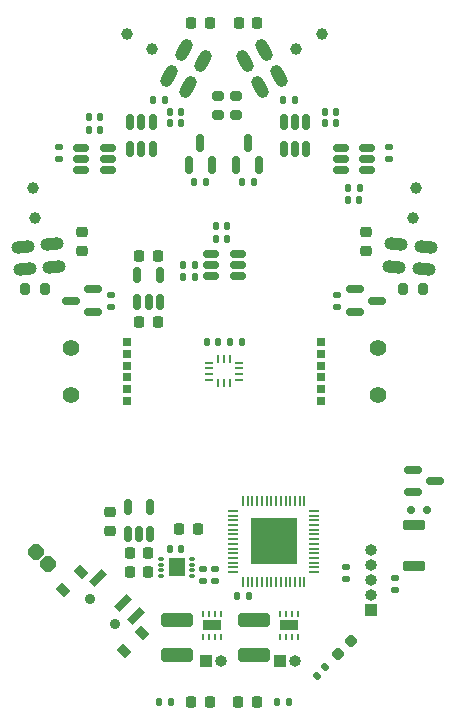
<source format=gbr>
%TF.GenerationSoftware,KiCad,Pcbnew,(7.0.0)*%
%TF.CreationDate,2024-08-06T08:44:50+09:00*%
%TF.ProjectId,extraice,65787472-6169-4636-952e-6b696361645f,rev?*%
%TF.SameCoordinates,Original*%
%TF.FileFunction,Soldermask,Top*%
%TF.FilePolarity,Negative*%
%FSLAX46Y46*%
G04 Gerber Fmt 4.6, Leading zero omitted, Abs format (unit mm)*
G04 Created by KiCad (PCBNEW (7.0.0)) date 2024-08-06 08:44:50*
%MOMM*%
%LPD*%
G01*
G04 APERTURE LIST*
G04 Aperture macros list*
%AMRoundRect*
0 Rectangle with rounded corners*
0 $1 Rounding radius*
0 $2 $3 $4 $5 $6 $7 $8 $9 X,Y pos of 4 corners*
0 Add a 4 corners polygon primitive as box body*
4,1,4,$2,$3,$4,$5,$6,$7,$8,$9,$2,$3,0*
0 Add four circle primitives for the rounded corners*
1,1,$1+$1,$2,$3*
1,1,$1+$1,$4,$5*
1,1,$1+$1,$6,$7*
1,1,$1+$1,$8,$9*
0 Add four rect primitives between the rounded corners*
20,1,$1+$1,$2,$3,$4,$5,0*
20,1,$1+$1,$4,$5,$6,$7,0*
20,1,$1+$1,$6,$7,$8,$9,0*
20,1,$1+$1,$8,$9,$2,$3,0*%
%AMRotRect*
0 Rectangle, with rotation*
0 The origin of the aperture is its center*
0 $1 length*
0 $2 width*
0 $3 Rotation angle, in degrees counterclockwise*
0 Add horizontal line*
21,1,$1,$2,0,0,$3*%
G04 Aperture macros list end*
%ADD10RoundRect,0.150000X0.150000X-0.512500X0.150000X0.512500X-0.150000X0.512500X-0.150000X-0.512500X0*%
%ADD11RoundRect,0.135000X0.185000X-0.135000X0.185000X0.135000X-0.185000X0.135000X-0.185000X-0.135000X0*%
%ADD12RoundRect,0.225000X-0.225000X-0.250000X0.225000X-0.250000X0.225000X0.250000X-0.225000X0.250000X0*%
%ADD13R,0.800000X0.800000*%
%ADD14RoundRect,0.150000X-0.587500X-0.150000X0.587500X-0.150000X0.587500X0.150000X-0.587500X0.150000X0*%
%ADD15RoundRect,0.140000X0.140000X0.170000X-0.140000X0.170000X-0.140000X-0.170000X0.140000X-0.170000X0*%
%ADD16RoundRect,0.075000X-0.175000X-0.075000X0.175000X-0.075000X0.175000X0.075000X-0.175000X0.075000X0*%
%ADD17R,1.400000X1.600000*%
%ADD18RoundRect,0.225000X0.225000X0.250000X-0.225000X0.250000X-0.225000X-0.250000X0.225000X-0.250000X0*%
%ADD19RoundRect,0.150000X0.587500X0.150000X-0.587500X0.150000X-0.587500X-0.150000X0.587500X-0.150000X0*%
%ADD20RoundRect,0.140000X-0.140000X-0.170000X0.140000X-0.170000X0.140000X0.170000X-0.140000X0.170000X0*%
%ADD21RoundRect,0.135000X-0.135000X-0.185000X0.135000X-0.185000X0.135000X0.185000X-0.135000X0.185000X0*%
%ADD22R,0.250000X0.500000*%
%ADD23R,1.600000X0.900000*%
%ADD24RoundRect,0.150000X0.150000X-0.587500X0.150000X0.587500X-0.150000X0.587500X-0.150000X-0.587500X0*%
%ADD25RoundRect,0.050000X-0.050000X0.350000X-0.050000X-0.350000X0.050000X-0.350000X0.050000X0.350000X0*%
%ADD26RoundRect,0.050000X-0.350000X0.050000X-0.350000X-0.050000X0.350000X-0.050000X0.350000X0.050000X0*%
%ADD27R,4.000000X4.000000*%
%ADD28RoundRect,0.135000X-0.035355X0.226274X-0.226274X0.035355X0.035355X-0.226274X0.226274X-0.035355X0*%
%ADD29C,1.000000*%
%ADD30RoundRect,0.525000X-0.237500X-0.411362X0.237500X0.411362X0.237500X0.411362X-0.237500X-0.411362X0*%
%ADD31RoundRect,0.200000X0.275000X-0.200000X0.275000X0.200000X-0.275000X0.200000X-0.275000X-0.200000X0*%
%ADD32RoundRect,0.200000X0.200000X0.275000X-0.200000X0.275000X-0.200000X-0.275000X0.200000X-0.275000X0*%
%ADD33C,1.400000*%
%ADD34RoundRect,0.150000X-0.150000X0.512500X-0.150000X-0.512500X0.150000X-0.512500X0.150000X0.512500X0*%
%ADD35R,1.000000X1.000000*%
%ADD36O,1.000000X1.000000*%
%ADD37RoundRect,0.150000X0.512500X0.150000X-0.512500X0.150000X-0.512500X-0.150000X0.512500X-0.150000X0*%
%ADD38RoundRect,0.225000X-0.250000X0.225000X-0.250000X-0.225000X0.250000X-0.225000X0.250000X0.225000X0*%
%ADD39RoundRect,0.200000X-0.200000X-0.275000X0.200000X-0.275000X0.200000X0.275000X-0.200000X0.275000X0*%
%ADD40RoundRect,0.218750X0.218750X0.256250X-0.218750X0.256250X-0.218750X-0.256250X0.218750X-0.256250X0*%
%ADD41RoundRect,0.300000X0.424264X0.000000X0.000000X0.424264X-0.424264X0.000000X0.000000X-0.424264X0*%
%ADD42RoundRect,0.135000X-0.185000X0.135000X-0.185000X-0.135000X0.185000X-0.135000X0.185000X0.135000X0*%
%ADD43R,0.675000X0.250000*%
%ADD44R,0.250000X0.675000*%
%ADD45RotRect,1.000000X0.800000X315.000000*%
%ADD46C,0.900000*%
%ADD47RotRect,0.700000X1.500000X315.000000*%
%ADD48RoundRect,0.250000X-1.100000X0.325000X-1.100000X-0.325000X1.100000X-0.325000X1.100000X0.325000X0*%
%ADD49RoundRect,0.218750X-0.218750X-0.256250X0.218750X-0.256250X0.218750X0.256250X-0.218750X0.256250X0*%
%ADD50RoundRect,0.135000X0.135000X0.185000X-0.135000X0.185000X-0.135000X-0.185000X0.135000X-0.185000X0*%
%ADD51RoundRect,0.525000X-0.473192X0.041399X0.473192X-0.041399X0.473192X-0.041399X-0.473192X0.041399X0*%
%ADD52RoundRect,0.150000X0.150000X0.200000X-0.150000X0.200000X-0.150000X-0.200000X0.150000X-0.200000X0*%
%ADD53RoundRect,0.150000X-0.512500X-0.150000X0.512500X-0.150000X0.512500X0.150000X-0.512500X0.150000X0*%
%ADD54RoundRect,0.525000X-0.473192X-0.041399X0.473192X0.041399X0.473192X0.041399X-0.473192X-0.041399X0*%
%ADD55RoundRect,0.218750X-0.026517X0.335876X-0.335876X0.026517X0.026517X-0.335876X0.335876X-0.026517X0*%
%ADD56RoundRect,0.525000X-0.237500X0.411362X0.237500X-0.411362X0.237500X-0.411362X-0.237500X0.411362X0*%
%ADD57RoundRect,0.090000X0.810000X-0.360000X0.810000X0.360000X-0.810000X0.360000X-0.810000X-0.360000X0*%
G04 APERTURE END LIST*
D10*
%TO.C,U17*%
X132650000Y-94137500D03*
X133600000Y-94137500D03*
X134550000Y-94137500D03*
X134550000Y-91862500D03*
X132650000Y-91862500D03*
%TD*%
D11*
%TO.C,R10*%
X126000000Y-82010000D03*
X126000000Y-80990000D03*
%TD*%
D12*
%TO.C,C18*%
X137225000Y-70500000D03*
X138775000Y-70500000D03*
%TD*%
D13*
%TO.C,J9*%
X131799999Y-97499999D03*
X131799999Y-98499999D03*
X131799999Y-99499999D03*
X131799999Y-100499999D03*
X131799999Y-101499999D03*
X131799999Y-102499999D03*
%TD*%
D10*
%TO.C,U1*%
X131850000Y-113737500D03*
X132800000Y-113737500D03*
X133750000Y-113737500D03*
X133750000Y-111462500D03*
X131850000Y-111462500D03*
%TD*%
D14*
%TO.C,Q5*%
X151062500Y-93050000D03*
X151062500Y-94950000D03*
X152937500Y-94000000D03*
%TD*%
D15*
%TO.C,C21*%
X129480000Y-79600000D03*
X128520000Y-79600000D03*
%TD*%
D16*
%TO.C,U6*%
X134700000Y-115850000D03*
X134700000Y-116350000D03*
X134700000Y-116850000D03*
X134700000Y-117350000D03*
X137300000Y-117350000D03*
X137300000Y-116850000D03*
X137300000Y-116350000D03*
X137300000Y-115850000D03*
D17*
X135999999Y-116599999D03*
%TD*%
D15*
%TO.C,C25*%
X151480000Y-84500000D03*
X150520000Y-84500000D03*
%TD*%
D18*
%TO.C,C3*%
X134375000Y-95800000D03*
X132825000Y-95800000D03*
%TD*%
D19*
%TO.C,Q3*%
X128937500Y-94950000D03*
X128937500Y-93050000D03*
X127062500Y-94000000D03*
%TD*%
D20*
%TO.C,C20*%
X128520000Y-78500000D03*
X129480000Y-78500000D03*
%TD*%
D21*
%TO.C,R28*%
X144990000Y-77000000D03*
X146010000Y-77000000D03*
%TD*%
D15*
%TO.C,C11*%
X136380000Y-115000000D03*
X135420000Y-115000000D03*
%TD*%
D22*
%TO.C,U5*%
X138249999Y-122449999D03*
X138749999Y-122449999D03*
X139249999Y-122449999D03*
X139749999Y-122449999D03*
X139749999Y-120549999D03*
X139249999Y-120549999D03*
X138749999Y-120549999D03*
X138249999Y-120549999D03*
D23*
X138999999Y-121499999D03*
%TD*%
D20*
%TO.C,C27*%
X150500000Y-85500000D03*
X151460000Y-85500000D03*
%TD*%
D24*
%TO.C,Q2*%
X141050000Y-82537500D03*
X142950000Y-82537500D03*
X142000000Y-80662500D03*
%TD*%
D25*
%TO.C,U3*%
X146800000Y-110950000D03*
X146400000Y-110950000D03*
X146000000Y-110950000D03*
X145600000Y-110950000D03*
X145200000Y-110950000D03*
X144800000Y-110950000D03*
X144400000Y-110950000D03*
X144000000Y-110950000D03*
X143600000Y-110950000D03*
X143200000Y-110950000D03*
X142800000Y-110950000D03*
X142400000Y-110950000D03*
X142000000Y-110950000D03*
X141600000Y-110950000D03*
D26*
X140750000Y-111800000D03*
X140750000Y-112200000D03*
X140750000Y-112600000D03*
X140750000Y-113000000D03*
X140750000Y-113400000D03*
X140750000Y-113800000D03*
X140750000Y-114200000D03*
X140750000Y-114600000D03*
X140750000Y-115000000D03*
X140750000Y-115400000D03*
X140750000Y-115800000D03*
X140750000Y-116200000D03*
X140750000Y-116600000D03*
X140750000Y-117000000D03*
D25*
X141600000Y-117850000D03*
X142000000Y-117850000D03*
X142400000Y-117850000D03*
X142800000Y-117850000D03*
X143200000Y-117850000D03*
X143600000Y-117850000D03*
X144000000Y-117850000D03*
X144400000Y-117850000D03*
X144800000Y-117850000D03*
X145200000Y-117850000D03*
X145600000Y-117850000D03*
X146000000Y-117850000D03*
X146400000Y-117850000D03*
X146800000Y-117850000D03*
D26*
X147650000Y-117000000D03*
X147650000Y-116600000D03*
X147650000Y-116200000D03*
X147650000Y-115800000D03*
X147650000Y-115400000D03*
X147650000Y-115000000D03*
X147650000Y-114600000D03*
X147650000Y-114200000D03*
X147650000Y-113800000D03*
X147650000Y-113400000D03*
X147650000Y-113000000D03*
X147650000Y-112600000D03*
X147650000Y-112200000D03*
X147650000Y-111800000D03*
D27*
X144199999Y-114399999D03*
%TD*%
D28*
%TO.C,R2*%
X148560624Y-125039376D03*
X147839376Y-125760624D03*
%TD*%
D29*
%TO.C,U13*%
X131747457Y-71464852D03*
X133912520Y-72714852D03*
D30*
X136600000Y-72800000D03*
X135330000Y-74999704D03*
X138249779Y-73752500D03*
X136979779Y-75952204D03*
%TD*%
D22*
%TO.C,U2*%
X144749999Y-122449999D03*
X145249999Y-122449999D03*
X145749999Y-122449999D03*
X146249999Y-122449999D03*
X146249999Y-120549999D03*
X145749999Y-120549999D03*
X145249999Y-120549999D03*
X144749999Y-120549999D03*
D23*
X145499999Y-121499999D03*
%TD*%
D31*
%TO.C,R6*%
X139500000Y-78325000D03*
X139500000Y-76675000D03*
%TD*%
D20*
%TO.C,C22*%
X135420000Y-79000000D03*
X136380000Y-79000000D03*
%TD*%
D11*
%TO.C,R26*%
X149600000Y-94510000D03*
X149600000Y-93490000D03*
%TD*%
D32*
%TO.C,R23*%
X124825000Y-93000000D03*
X123175000Y-93000000D03*
%TD*%
D33*
%TO.C,H3*%
X127000000Y-102000000D03*
%TD*%
D34*
%TO.C,U18*%
X146950000Y-78862500D03*
X146000000Y-78862500D03*
X145050000Y-78862500D03*
X145050000Y-81137500D03*
X146000000Y-81137500D03*
X146950000Y-81137500D03*
%TD*%
D21*
%TO.C,R4*%
X144490000Y-128000000D03*
X145510000Y-128000000D03*
%TD*%
D35*
%TO.C,J4*%
X144729999Y-124499999D03*
D36*
X145999999Y-124499999D03*
%TD*%
D37*
%TO.C,U19*%
X152137500Y-82950000D03*
X152137500Y-82000000D03*
X152137500Y-81050000D03*
X149862500Y-81050000D03*
X149862500Y-82000000D03*
X149862500Y-82950000D03*
%TD*%
D12*
%TO.C,C12*%
X132825000Y-90200000D03*
X134375000Y-90200000D03*
%TD*%
D38*
%TO.C,C9*%
X128000000Y-88225000D03*
X128000000Y-89775000D03*
%TD*%
D39*
%TO.C,R9*%
X155175000Y-93000000D03*
X156825000Y-93000000D03*
%TD*%
D18*
%TO.C,C7*%
X142775000Y-70500000D03*
X141225000Y-70500000D03*
%TD*%
D31*
%TO.C,R8*%
X141000000Y-78325000D03*
X141000000Y-76675000D03*
%TD*%
D15*
%TO.C,C26*%
X149480000Y-79000000D03*
X148520000Y-79000000D03*
%TD*%
D38*
%TO.C,C19*%
X152000000Y-88225000D03*
X152000000Y-89775000D03*
%TD*%
D18*
%TO.C,C2*%
X133575000Y-117000000D03*
X132025000Y-117000000D03*
%TD*%
D40*
%TO.C,D2*%
X142787500Y-128000000D03*
X141212500Y-128000000D03*
%TD*%
D41*
%TO.C,J1*%
X124069670Y-115269670D03*
X125130330Y-116330330D03*
%TD*%
D42*
%TO.C,R24*%
X130400000Y-93490000D03*
X130400000Y-94510000D03*
%TD*%
D43*
%TO.C,U9*%
X141262499Y-100749999D03*
X141262499Y-100249999D03*
X141262499Y-99749999D03*
X141262499Y-99249999D03*
D44*
X140499999Y-98987499D03*
X139999999Y-98987499D03*
X139499999Y-98987499D03*
D43*
X138737499Y-99249999D03*
X138737499Y-99749999D03*
X138737499Y-100249999D03*
X138737499Y-100749999D03*
D44*
X139499999Y-101012499D03*
X139999999Y-101012499D03*
X140499999Y-101012499D03*
%TD*%
D14*
%TO.C,Q1*%
X155962500Y-108350000D03*
X155962500Y-110250000D03*
X157837500Y-109300000D03*
%TD*%
D34*
%TO.C,U11*%
X133950000Y-78862500D03*
X133000000Y-78862500D03*
X132050000Y-78862500D03*
X132050000Y-81137500D03*
X133000000Y-81137500D03*
X133950000Y-81137500D03*
%TD*%
D42*
%TO.C,R18*%
X139200000Y-116690000D03*
X139200000Y-117710000D03*
%TD*%
D20*
%TO.C,C28*%
X139320000Y-87700000D03*
X140280000Y-87700000D03*
%TD*%
D21*
%TO.C,R5*%
X136490000Y-91000000D03*
X137510000Y-91000000D03*
%TD*%
D45*
%TO.C,SW1*%
X127900826Y-116967516D03*
X126338120Y-118530222D03*
D46*
X128636218Y-119272685D03*
X130757538Y-121394005D03*
D45*
X133062705Y-122129395D03*
X131499999Y-123692101D03*
D47*
X129350394Y-117497846D03*
X131471715Y-119619166D03*
X132532375Y-120679827D03*
%TD*%
D11*
%TO.C,R14*%
X150300000Y-117610000D03*
X150300000Y-116590000D03*
%TD*%
D48*
%TO.C,C8*%
X136000000Y-121025000D03*
X136000000Y-123975000D03*
%TD*%
D33*
%TO.C,H2*%
X153000000Y-102000000D03*
%TD*%
D20*
%TO.C,C16*%
X138520000Y-97500000D03*
X139480000Y-97500000D03*
%TD*%
D18*
%TO.C,C1*%
X133575000Y-115400000D03*
X132025000Y-115400000D03*
%TD*%
D15*
%TO.C,C29*%
X140280000Y-88800000D03*
X139320000Y-88800000D03*
%TD*%
D35*
%TO.C,J5*%
X138499999Y-124499999D03*
D36*
X139769999Y-124499999D03*
%TD*%
D15*
%TO.C,C23*%
X136380000Y-78000000D03*
X135420000Y-78000000D03*
%TD*%
D49*
%TO.C,D1*%
X137212500Y-128000000D03*
X138787500Y-128000000D03*
%TD*%
D50*
%TO.C,R3*%
X136490000Y-92000000D03*
X137510000Y-92000000D03*
%TD*%
D20*
%TO.C,C10*%
X141120000Y-119000000D03*
X142080000Y-119000000D03*
%TD*%
D29*
%TO.C,U15*%
X156217890Y-84509513D03*
X156000000Y-87000000D03*
D51*
X154528274Y-89250293D03*
X157058608Y-89471669D03*
X154362242Y-91148044D03*
X156892577Y-91369420D03*
%TD*%
D52*
%TO.C,D3*%
X155800000Y-111700000D03*
X157200000Y-111700000D03*
%TD*%
D33*
%TO.C,H1*%
X153000000Y-98000000D03*
%TD*%
%TO.C,H4*%
X127000000Y-98000000D03*
%TD*%
D50*
%TO.C,R1*%
X135510000Y-128000000D03*
X134490000Y-128000000D03*
%TD*%
%TO.C,R16*%
X138510000Y-84000000D03*
X137490000Y-84000000D03*
%TD*%
D38*
%TO.C,C4*%
X130300000Y-111925000D03*
X130300000Y-113475000D03*
%TD*%
D53*
%TO.C,U10*%
X138862500Y-90050000D03*
X138862500Y-91000000D03*
X138862500Y-91950000D03*
X141137500Y-91950000D03*
X141137500Y-91000000D03*
X141137500Y-90050000D03*
%TD*%
D24*
%TO.C,Q4*%
X137050000Y-82537500D03*
X138950000Y-82537500D03*
X138000000Y-80662500D03*
%TD*%
D21*
%TO.C,R27*%
X133990000Y-77000000D03*
X135010000Y-77000000D03*
%TD*%
D29*
%TO.C,U12*%
X123782110Y-84509513D03*
X124000000Y-87000000D03*
D54*
X125471726Y-89250293D03*
X122941392Y-89471669D03*
X125637758Y-91148044D03*
X123107423Y-91369420D03*
%TD*%
D48*
%TO.C,C5*%
X142500000Y-121025000D03*
X142500000Y-123975000D03*
%TD*%
D42*
%TO.C,R17*%
X138200000Y-116690000D03*
X138200000Y-117710000D03*
%TD*%
D53*
%TO.C,U4*%
X127862500Y-81050000D03*
X127862500Y-82000000D03*
X127862500Y-82950000D03*
X130137500Y-82950000D03*
X130137500Y-82000000D03*
X130137500Y-81050000D03*
%TD*%
D12*
%TO.C,C6*%
X136200000Y-113300000D03*
X137750000Y-113300000D03*
%TD*%
D13*
%TO.C,J7*%
X148199999Y-102499999D03*
X148199999Y-101499999D03*
X148199999Y-100499999D03*
X148199999Y-99499999D03*
X148199999Y-98499999D03*
X148199999Y-97499999D03*
%TD*%
D11*
%TO.C,R7*%
X154500000Y-118510000D03*
X154500000Y-117490000D03*
%TD*%
D50*
%TO.C,R22*%
X142510000Y-84000000D03*
X141490000Y-84000000D03*
%TD*%
D42*
%TO.C,R29*%
X154000000Y-80990000D03*
X154000000Y-82010000D03*
%TD*%
D55*
%TO.C,D4*%
X150756847Y-122843153D03*
X149643153Y-123956847D03*
%TD*%
D20*
%TO.C,C15*%
X140520000Y-97500000D03*
X141480000Y-97500000D03*
%TD*%
%TO.C,C24*%
X148520000Y-78000000D03*
X149480000Y-78000000D03*
%TD*%
D29*
%TO.C,U14*%
X148252543Y-71464852D03*
X146087480Y-72714852D03*
D56*
X143400000Y-72800000D03*
X144670000Y-74999704D03*
X141750221Y-73752500D03*
X143020221Y-75952204D03*
%TD*%
D35*
%TO.C,J3*%
X152399999Y-120209999D03*
D36*
X152399999Y-118939999D03*
X152399999Y-117669999D03*
X152399999Y-116399999D03*
X152399999Y-115129999D03*
%TD*%
D57*
%TO.C,LS1*%
X156100000Y-116500000D03*
X156100000Y-113000000D03*
%TD*%
M02*

</source>
